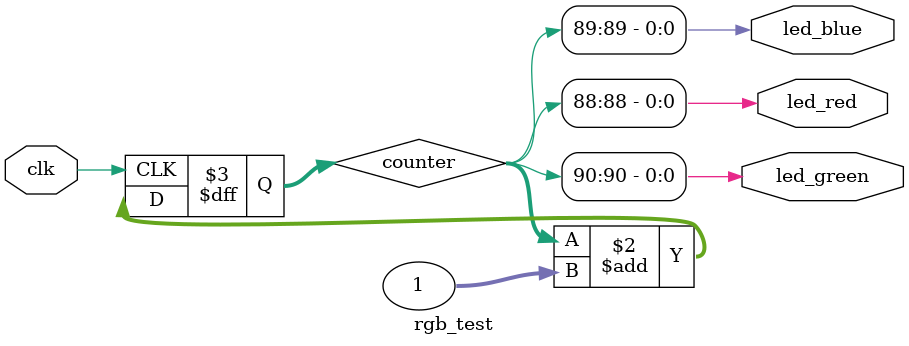
<source format=v>

module rgb_test (input clk,
                 output led_blue,
                 output led_green,
                 output led_red);


//-- Modify this value for changing the blink frequency
localparam N = 90;  //-- N<=21 Fast, N>=23 Slow

reg [N:0] counter;
always @(posedge clk)
  counter <= counter + 1;

assign led_green = counter[N];
assign led_blue = counter[N-1];
assign led_red = counter[N-2];

endmodule

</source>
